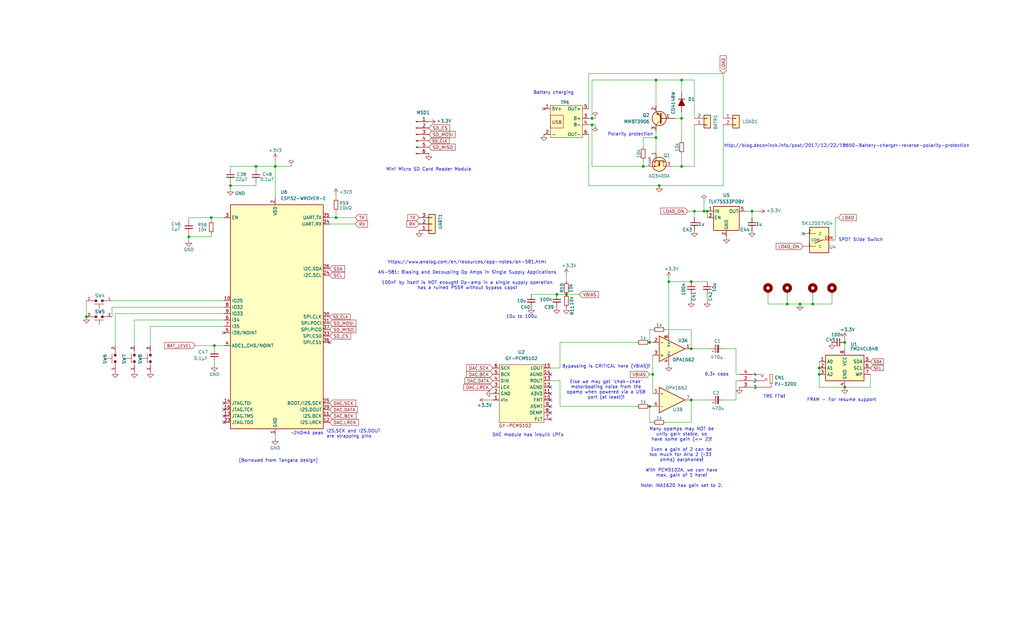
<source format=kicad_sch>
(kicad_sch (version 20250114) (generator "eeschema") (generator_version "9.0")
  (paper "User" 406.4 254)
  (title_block (title "mShuffle 0.08") (date "2025-03-09") (rev "v0.08") (company "Yantra Research") (comment 1 "Retro Music Player (Retro DAP)"))
  (lib_symbols
    (symbol "Connector:Conn_01x06_Pin" (pin_names (offset 1.016) (hide yes))
      (property "Reference" "J" (at 0 7.62 0))
      (property "Value" "Conn_01x06_Pin" (at 0 -10.16 0))
      (symbol "Conn_01x06_Pin_1_1"
        (pin passive line (at 5.08 5.08 180) (length 3.81) (name "Pin_1") (number "1"))
        (pin passive line (at 5.08 2.54 180) (length 3.81) (name "Pin_2") (number "2"))
        (pin passive line (at 5.08 0 180) (length 3.81) (name "Pin_3") (number "3"))
        (pin passive line (at 5.08 -2.54 180) (length 3.81) (name "Pin_4") (number "4"))
        (pin passive line (at 5.08 -5.08 180) (length 3.81) (name "Pin_5") (number "5"))
        (pin passive line (at 5.08 -7.62 180) (length 3.81) (name "Pin_6") (number "6"))
      )
    )
    (symbol "Connector_Generic:Conn_01x02" (pin_names (offset 1.016) (hide yes))
      (property "Reference" "J" (at 0 2.54 0))
      (property "Value" "Conn_01x02" (at 0 -5.08 0))
      (symbol "Conn_01x02_1_1"
        (pin passive line (at -5.08 0 0) (length 3.81) (name "Pin_1") (number "1"))
        (pin passive line (at -5.08 -2.54 0) (length 3.81) (name "Pin_2") (number "2"))
      )
    )
    (symbol "Connector_Generic:Conn_01x03" (pin_names (offset 1.016) (hide yes))
      (property "Reference" "J" (at 0 5.08 0))
      (property "Value" "Conn_01x03" (at 0 -5.08 0))
      (symbol "Conn_01x03_1_1"
        (pin passive line (at -5.08 2.54 0) (length 3.81) (name "Pin_1") (number "1"))
        (pin passive line (at -5.08 0 0) (length 3.81) (name "Pin_2") (number "2"))
        (pin passive line (at -5.08 -2.54 0) (length 3.81) (name "Pin_3") (number "3"))
      )
    )
    (symbol "Device:C_Polarized_Small" (pin_numbers (hide yes)) (pin_names (offset 0.254) (hide yes))
      (property "Reference" "C" (at 0.254 1.778 0))
      (property "Value" "C_Polarized_Small" (at 0.254 -2.032 0))
      (symbol "C_Polarized_Small_1_1"
        (pin passive line (at 0 2.54 270) (length 1.8542) (name "~") (number "1"))
        (pin passive line (at 0 -2.54 90) (length 1.8542) (name "~") (number "2"))
      )
    )
    (symbol "Device:C_Small" (pin_numbers (hide yes)) (pin_names (offset 0.254) (hide yes))
      (property "Reference" "C" (at 0.254 1.778 0))
      (property "Value" "C_Small" (at 0.254 -2.032 0))
      (symbol "C_Small_1_1"
        (pin passive line (at 0 2.54 270) (length 2.032) (name "~") (number "1"))
        (pin passive line (at 0 -2.54 90) (length 2.032) (name "~") (number "2"))
      )
    )
    (symbol "Device:R_Small" (pin_numbers (hide yes)) (pin_names (offset 0.254) (hide yes))
      (property "Reference" "R" (at 0.762 0.508 0))
      (property "Value" "R_Small" (at 0.762 -1.016 0))
      (symbol "R_Small_1_1"
        (pin passive line (at 0 2.54 270) (length 0.762) (name "~") (number "1"))
        (pin passive line (at 0 -2.54 90) (length 0.762) (name "~") (number "2"))
      )
    )
    (symbol "ESP32:ESP32-WROOM"
      (property "Reference" "U15" (at -17.78 33.02 0))
      (property "Value" "ESP32-WROVER-E" (at 19.558 34.036 0))
      (symbol "ESP32-WROOM_1_1"
        (pin input line (at -20.32 27.94 0) (length 2.54) (name "EN") (number "3"))
        (pin bidirectional line (at -20.32 -5.08 0) (length 2.54) (name "IO25") (number "10"))
        (pin bidirectional line (at -20.32 -7.62 0) (length 2.54) (name "IO32") (number "8"))
        (pin bidirectional line (at -20.32 -10.16 0) (length 2.54) (name "IO33") (number "9"))
        (pin input line (at -20.32 -12.7 0) (length 2.54) (name "I34") (number "6"))
        (pin input line (at -20.32 -15.24 0) (length 2.54) (name "I35") (number "7"))
        (pin input line (at -20.32 -17.78 0) (length 2.54) (name "I39/NOINT") (number "5"))
        (pin input line (at -20.32 -22.86 0) (length 2.54) (name "ADC1_CH0/NOINT") (number "4"))
        (pin bidirectional line (at -20.32 -45.72 0) (length 2.54) (name "JTAG.TDI") (number "14"))
        (pin bidirectional line (at -20.32 -48.26 0) (length 2.54) (name "JTAG.TCK") (number "16"))
        (pin bidirectional line (at -20.32 -50.8 0) (length 2.54) (name "JTAG.TMS") (number "13"))
        (pin bidirectional line (at -20.32 -53.34 0) (length 2.54) (name "JTAG.TDO") (number "23"))
        (pin no_connect line (at -17.78 21.59 0) (length 2.54) (hide yes) (name "SDO/SD0") (number "21"))
        (pin no_connect line (at -17.78 19.05 0) (length 2.54) (hide yes) (name "SDI/SD1") (number "22"))
        (pin no_connect line (at -17.78 16.51 0) (length 2.54) (hide yes) (name "SHD/SD2") (number "17"))
        (pin no_connect line (at -17.78 13.97 0) (length 2.54) (hide yes) (name "SWP/SD3") (number "18"))
        (pin no_connect line (at -17.78 11.43 0) (length 2.54) (hide yes) (name "SCK/CLK") (number "20"))
        (pin no_connect line (at -17.78 8.89 0) (length 2.54) (hide yes) (name "SCS/CMD") (number "19"))
        (pin no_connect line (at -17.78 6.35 0) (length 2.54) (hide yes) (name "IO16") (number "27"))
        (pin no_connect line (at -17.78 3.81 0) (length 2.54) (hide yes) (name "IO17") (number "28"))
        (pin no_connect line (at -17.78 1.27 0) (length 2.54) (hide yes) (name "NC") (number "32"))
        (pin power_in line (at 0 35.56 270) (length 2.54) (name "VDD") (number "2"))
        (pin power_in line (at 0 -58.42 90) (length 2.54) (name "GND") (number "1"))
        (pin power_in line (at 0 -58.42 90) (length 2.54) (hide yes) (name "GND") (number "15"))
        (pin power_in line (at 0 -58.42 90) (length 2.54) (hide yes) (name "GND") (number "38"))
        (pin power_in line (at 0 -58.42 90) (length 2.54) (hide yes) (name "GND") (number "39"))
        (pin bidirectional line (at 21.59 27.94 180) (length 2.54) (name "UART.TX") (number "35"))
        (pin bidirectional line (at 21.59 25.4 180) (length 2.54) (name "UART.RX") (number "34"))
        (pin bidirectional line (at 21.59 7.62 180) (length 2.54) (name "I2C.SDA") (number "26"))
        (pin bidirectional line (at 21.59 5.08 180) (length 2.54) (name "I2C.SCL") (number "24"))
        (pin bidirectional line (at 21.59 -11.43 180) (length 2.54) (name "SPI.CLK") (number "30"))
        (pin bidirectional line (at 21.59 -13.97 180) (length 2.54) (name "SPI.POCI") (number "31"))
        (pin bidirectional line (at 21.59 -16.51 180) (length 2.54) (name "SPI.PICO") (number "37"))
        (pin bidirectional line (at 21.59 -19.05 180) (length 2.54) (name "SPI.CS0") (number "33"))
        (pin bidirectional line (at 21.59 -21.59 180) (length 2.54) (name "SPI.CS1") (number "36"))
        (pin bidirectional line (at 21.59 -45.72 180) (length 2.54) (name "BOOT/I2S.SCK") (number "25"))
        (pin bidirectional line (at 21.59 -48.26 180) (length 2.54) (name "I2S.DOUT") (number "29"))
        (pin bidirectional line (at 21.59 -50.8 180) (length 2.54) (name "I2S.BCK") (number "11"))
        (pin bidirectional line (at 21.59 -53.34 180) (length 2.54) (name "I2S.LRCK") (number "12"))
      )
    )
    (symbol "GY-PCM5102:GY-PCM5102"
      (property "Reference" "U" (at -7.62 6.35 0))
      (property "Value" "GY-PCM5102" (at 0 0 0))
      (symbol "GY-PCM5102_0_0"
        (text "GY-PCM5102" (at -2.54 -19.05 0) (effects (font (size 1.27 1.27))))
      )
      (symbol "GY-PCM5102_1_1"
        (pin input line (at -11.43 3.81 0) (length 2.54) (name "SCK") (number "6"))
        (pin input line (at -11.43 1.27 0) (length 2.54) (name "BCK") (number "5"))
        (pin input line (at -11.43 -1.27 0) (length 2.54) (name "DIN") (number "4"))
        (pin input line (at -11.43 -3.81 0) (length 2.54) (name "LCK") (number "3"))
        (pin power_in line (at -11.43 -6.35 0) (length 2.54) (name "GND") (number "2"))
        (pin power_in line (at -11.43 -8.89 0) (length 2.54) (name "Vin") (number "1"))
        (pin input line (at 11.43 3.81 180) (length 2.54) (name "LOUT") (number "15"))
        (pin input line (at 11.43 1.27 180) (length 2.54) (name "AGND") (number "14"))
        (pin input line (at 11.43 -1.27 180) (length 2.54) (name "ROUT") (number "13"))
        (pin input line (at 11.43 -3.81 180) (length 2.54) (name "AGND") (number "12"))
        (pin input line (at 11.43 -6.35 180) (length 2.54) (name "A3V3") (number "11"))
        (pin input line (at 11.43 -8.89 180) (length 2.54) (name "FMT") (number "10"))
        (pin input line (at 11.43 -11.43 180) (length 2.54) (name "XSMT") (number "9"))
        (pin input line (at 11.43 -13.97 180) (length 2.54) (name "DEMP") (number "8"))
        (pin input line (at 11.43 -16.51 180) (length 2.54) (name "FLT") (number "7"))
      )
    )
    (symbol "Mechanical:MountingHole_Pad" (pin_numbers (hide yes)) (pin_names (offset 1.016) (hide yes))
      (property "Reference" "H" (at 0 6.35 0))
      (property "Value" "MountingHole_Pad" (at 0 4.445 0))
      (symbol "MountingHole_Pad_1_1"
        (pin input line (at 0 -2.54 90) (length 2.54) (name "1") (number "1"))
      )
    )
    (symbol "Memory_EEPROM:24LC256"
      (property "Reference" "U" (at -6.35 6.35 0))
      (property "Value" "24LC256" (at 1.27 6.35 0))
      (symbol "24LC256_1_1"
        (pin input line (at -10.16 2.54 0) (length 2.54) (name "A0") (number "1"))
        (pin input line (at -10.16 0 0) (length 2.54) (name "A1") (number "2"))
        (pin input line (at -10.16 -2.54 0) (length 2.54) (name "A2") (number "3"))
        (pin power_in line (at 0 7.62 270) (length 2.54) (name "VCC") (number "8"))
        (pin power_in line (at 0 -7.62 90) (length 2.54) (name "GND") (number "4"))
        (pin bidirectional line (at 10.16 2.54 180) (length 2.54) (name "SDA") (number "5"))
        (pin input line (at 10.16 0 180) (length 2.54) (name "SCL") (number "6"))
        (pin input line (at 10.16 -2.54 180) (length 2.54) (name "WP") (number "7"))
      )
    )
    (symbol "PCM_Amplifier_Operational_AKL:TS922ID" (pin_names (offset 0.2))
      (property "Reference" "U" (at 1.27 7.62 0))
      (property "Value" "TS922ID" (at 1.27 5.08 0))
      (symbol "TS922ID_1_1"
        (pin input line (at -6.35 2.54 0) (length 2.54) (name "-") (number "2"))
        (pin input line (at -6.35 -2.54 0) (length 2.54) (name "+") (number "3"))
        (pin power_in line (at 0 6.35 270) (length 3.18) (name "V+") (number "8"))
        (pin power_in line (at 0 -6.35 90) (length 3.18) (name "V-") (number "4"))
        (pin output line (at 8.89 0 180) (length 2.54) (name "~") (number "1"))
      )
      (symbol "TS922ID_2_1"
        (pin input line (at -6.35 2.54 0) (length 2.54) (name "-") (number "6"))
        (pin input line (at -6.35 -2.54 0) (length 2.54) (name "+") (number "5"))
        (pin output line (at 8.89 0 180) (length 2.54) (name "~") (number "7"))
      )
    )
    (symbol "PCM_Diode_AKL:CD4148W" (pin_numbers (hide yes)) (pin_names (offset 1.016) (hide yes))
      (property "Reference" "D" (at 0 5.08 0))
      (property "Value" "CD4148W" (at 0 2.54 0))
      (symbol "CD4148W_1_1"
        (pin passive line (at -3.81 0 0) (length 2.54) (name "A") (number "2"))
        (pin passive line (at 3.81 0 180) (length 2.54) (name "K") (number "1"))
      )
      (symbol "CD4148W_1_2"
        (pin passive line (at -2.54 -2.54 0) (length 0) (name "A") (number "2"))
        (pin passive line (at 2.54 2.54 180) (length 0) (name "K") (number "1"))
      )
    )
    (symbol "PCM_SL_Devices:Push_Button"
      (property "Reference" "SW" (at 0 6.35 0))
      (property "Value" "Push_Button" (at 0 4.445 0))
      (symbol "Push_Button_1_1"
        (pin passive line (at -5.08 0 0) (length 2) (name "") (number "1"))
        (pin passive line (at 5.08 0 180) (length 2) (name "") (number "2"))
      )
    )
    (symbol "PCM_Transistor_BJT_AKL:MMBT3906" (pin_names (hide yes))
      (property "Reference" "Q" (at 5.08 1.27 0))
      (property "Value" "MMBT3906" (at 5.08 -1.27 0))
      (symbol "MMBT3906_1_1"
        (pin input line (at -5.08 0 0) (length 5.715) (name "B") (number "1"))
        (pin passive line (at 2.54 5.08 270) (length 2.54) (name "E") (number "2"))
        (pin passive line (at 2.54 -5.08 90) (length 2.54) (name "C") (number "3"))
      )
    )
    (symbol "PCM_Transistor_MOSFET_AKL:AO3400A" (pin_names (hide yes))
      (property "Reference" "Q" (at 5.08 1.27 0))
      (property "Value" "AO3400A" (at 5.08 -1.27 0))
      (symbol "AO3400A_1_1"
        (pin input line (at -3.81 -1.27 0) (length 2.54) (name "G") (number "1"))
        (pin passive line (at 2.54 5.08 270) (length 2.54) (name "D") (number "3"))
        (pin passive line (at 2.54 -5.08 90) (length 2.54) (name "S") (number "2"))
      )
    )
    (symbol "Regulator_Linear:TLV75533PDBV" (pin_names (offset 0.254))
      (property "Reference" "U" (at -3.81 5.715 0))
      (property "Value" "TLV75533PDBV" (at 0 5.715 0))
      (symbol "TLV75533PDBV_1_1"
        (pin power_in line (at -7.62 2.54 0) (length 2.54) (name "IN") (number "1"))
        (pin input line (at -7.62 0 0) (length 2.54) (name "EN") (number "3"))
        (pin power_in line (at 0 -7.62 90) (length 2.54) (name "GND") (number "2"))
        (pin no_connect line (at 5.08 0 180) (length 2.54) (hide yes) (name "NC") (number "4"))
        (pin power_out line (at 7.62 2.54 180) (length 2.54) (name "OUT") (number "5"))
      )
    )
    (symbol "SK12D07VG4:SK12D07VG4-Fixed" (pin_names (offset 1.016))
      (property "Reference" "U4" (at 10.16 1.27 90))
      (property "Value" "SK12D07VG4-Fixed" (at 7.62 1.27 90))
      (symbol "SK12D07VG4-Fixed_1_0"
        (pin power_in line (at -2.54 7.62 270) (length 5.08) (name "1") (number "1"))
        (pin power_in line (at 0 -5.08 90) (length 5.08) (name "COM") (number "COM"))
        (pin power_in line (at 2.54 7.62 270) (length 5.08) (name "2") (number "2"))
      )
    )
    (symbol "mylib:PJ-3200"
      (property "Reference" "CN1" (at -6.35 -1.2701 0))
      (property "Value" "PJ-3200" (at -6.35 1.2699 0))
      (symbol "PJ-3200_1_1"
        (pin power_in line (at 7.62 2.54 180) (length 5.08) (name "3") (number "3"))
        (pin input line (at 7.62 0 180) (length 5.08) (name "2") (number "2"))
        (pin input line (at 7.62 -2.54 180) (length 5.08) (name "4") (number "4"))
      )
    )
    (symbol "power:+3.3V" (power) (pin_numbers (hide yes)) (pin_names (offset 0) (hide yes))
      (property "Value" "+3.3V" (at 0 3.556 0))
      (symbol "+3.3V_1_1"
        (pin power_in line (at 0 0 90) (length 0) (name "~") (number "1"))
      )
    )
    (symbol "power:+3V3" (power) (pin_numbers (hide yes)) (pin_names (offset 0) (hide yes))
      (property "Value" "+3V3" (at 0 3.556 0))
      (symbol "+3V3_1_1"
        (pin power_in line (at 0 0 90) (length 0) (name "~") (number "1"))
      )
    )
    (symbol "power:GND" (power) (pin_numbers (hide yes)) (pin_names (offset 0) (hide yes))
      (property "Value" "GND" (at 0 -3.81 0))
      (symbol "GND_1_1"
        (pin power_in line (at 0 0 270) (length 0) (name "~") (number "1"))
      )
    )
    (symbol "power:PWR_FLAG" (power) (pin_numbers (hide yes)) (pin_names (offset 0) (hide yes))
      (property "Value" "PWR_FLAG" (at 0 3.81 0))
      (symbol "PWR_FLAG_0_0"
        (pin power_out line (at 0 0 90) (length 0) (name "pwr") (number "1"))
      )
    )
    (symbol "tp4056_usb_c_module:TP4056_USB_C_Module"
      (property "Reference" "TP" (at 0.254 7.62 0))
      (symbol "TP4056_USB_C_Module_1_1"
        (text "USB" (at -3.81 -0.254 0) (effects (font (size 1.27 1.27))))
        (pin power_in line (at -8.89 5.08 0) (length 2.54) (name "5V+") (number "1"))
        (pin power_in line (at -8.89 -5.08 0) (length 2.54) (name "-") (number "2"))
        (pin power_out line (at 8.89 5.08 180) (length 2.54) (name "OUT+") (number "5"))
        (pin power_in line (at 8.89 1.27 180) (length 2.54) (name "B+") (number "3"))
        (pin power_in line (at 8.89 -1.27 180) (length 2.54) (name "B-") (number "4"))
        (pin power_out line (at 8.89 -5.08 180) (length 2.54) (name "OUT-") (number "6"))
      )
    )
  )
  (text "DAC module has inbuilt LPFs" (at 209.55 172.72 0) (effects (font (size 1.27 1.27))))
  (text "Mini Micro SD Card Reader Module" (at 170.18 67.31 0) (effects (font (size 1.27 1.27))))
  (text "https://www.analog.com/en/resources/app-notes/an-581.html\n\nAN-581: Biasing and Decoupling Op Amps in Single Supply Applications\n\n100nF by itself is NOT enough! Op-amp in a single supply operation\nhas a ruined PSSR without bypass caps!" (at 185.42 109.22 0) (effects (font (size 1.27 1.27))))
  (text "~240mA peak" (at 115.57 172.72 0) (effects (font (size 1.27 1.27)) (justify left bottom)))
  (text "TRS FTW!" (at 307.34 157.48 0) (effects (font (size 1.27 1.27))))
  (text "Bypassing is CRITICAL here (VBIAS)!\n\n\nElse we may get 'chak-chak'\nmotorboating noise from the\nopamp when powered via a USB\nport (at least)!" (at 240.538 151.638 0) (effects (font (size 1.27 1.27))))
  (text "Many opamps may NOT be\nunity gain stable, so\nhave some gain (<= 2)!\n\nEven a gain of 2 can be\ntoo much for Aria 2 (~33 \nohms) earphones!\n\nWith PCM5102A, we can have\nmax. gain of 1 here!\n\nNote: INA1620 has gain set to 2." (at 270.51 181.61 0) (effects (font (size 1.27 1.27))))
  (text "[Borrowed from Tangara design]" (at 110.49 182.88 0) (effects (font (size 1.27 1.27))))
  (text "6.3v caps" (at 284.48 148.59 0) (effects (font (size 1.27 1.27))))
  (text "SPDT Slide Switch" (at 341.63 95.25 0) (effects (font (size 1.27 1.27))))
  (text "FRAM - For resume support" (at 334.01 158.75 0) (effects (font (size 1.27 1.27))))
  (text "Battery charging" (at 219.71 36.83 0) (effects (font (size 1.27 1.27))))
  (text "10u to 100u" (at 207.01 125.73 0) (effects (font (size 1.27 1.27))))
  (text "I2S.SCK and I2S.DOUT\nare strapping pins" (at 129.54 173.99 0) (effects (font (size 1.27 1.27)) (justify left bottom)))
  (text "S" (at 257.81 63.5 0) (effects (font (size 1.27 1.27))))
  (text "Polarity protection" (at 250.19 53.34 0) (effects (font (size 1.27 1.27))))
  (text "http://blog.deconinck.info/post/2017/12/22/18650-Battery-charger-reverse-polarity-protection" (at 336.042 57.912 0) (effects (font (size 1.27 1.27))))
  (junction (at 265.43 111.76))
  (junction (at 260.35 31.75))
  (junction (at 260.35 54.61))
  (junction (at 133.35 86.36))
  (junction (at 220.98 116.84))
  (junction (at 261.62 73.66))
  (junction (at 74.93 93.98))
  (junction (at 101.6 66.04))
  (junction (at 280.67 83.82))
  (junction (at 34.29 125.73))
  (junction (at 279.4 83.82))
  (junction (at 224.79 116.84))
  (junction (at 270.51 31.75))
  (junction (at 322.58 120.65))
  (junction (at 255.27 66.04))
  (junction (at 257.81 161.29))
  (junction (at 317.5 120.65))
  (junction (at 312.42 120.65))
  (junction (at 259.08 148.59))
  (junction (at 270.51 46.99))
  (junction (at 91.44 73.66))
  (junction (at 234.95 46.99))
  (junction (at 85.09 137.16))
  (junction (at 325.12 146.05))
  (junction (at 335.28 153.67))
  (junction (at 274.32 158.75))
  (junction (at 325.12 148.59))
  (junction (at 274.32 111.76))
  (junction (at 298.45 83.82))
  (junction (at 270.51 66.04))
  (junction (at 274.32 138.43))
  (junction (at 335.28 135.89))
  (junction (at 257.81 135.89))
  (junction (at 275.59 83.82))
  (junction (at 109.22 66.04))
  (junction (at 234.95 49.53))
  (junction (at 83.82 86.36))
  (no_connect (at 218.44 163.83))
  (no_connect (at 218.44 156.21))
  (no_connect (at 88.9 165.1))
  (no_connect (at 218.44 153.67))
  (no_connect (at 130.81 135.89))
  (no_connect (at 318.77 92.71))
  (no_connect (at 218.44 148.59))
  (no_connect (at 88.9 132.08))
  (no_connect (at 218.44 166.37))
  (no_connect (at 88.9 162.56))
  (no_connect (at 88.9 167.64))
  (no_connect (at 88.9 160.02))
  (no_connect (at 218.44 161.29))
  (no_connect (at 215.9 43.18))
  (no_connect (at 218.44 158.75))
  (wire (pts (xy 274.32 167.64) (xy 274.32 158.75)))
  (wire (pts (xy 274.32 138.43) (xy 281.94 138.43)))
  (wire (pts (xy 257.81 130.81) (xy 257.81 135.89)))
  (wire (pts (xy 275.59 66.04) (xy 275.59 49.53)))
  (wire (pts (xy 74.93 93.98) (xy 83.82 93.98)))
  (wire (pts (xy 274.32 116.84) (xy 274.32 119.38)))
  (wire (pts (xy 265.43 111.76) (xy 265.43 110.49)))
  (wire (pts (xy 279.4 83.82) (xy 280.67 83.82)))
  (wire (pts (xy 312.42 120.65) (xy 317.5 120.65)))
  (wire (pts (xy 335.28 153.67) (xy 345.44 153.67)))
  (wire (pts (xy 91.44 74.93) (xy 91.44 73.66)))
  (wire (pts (xy 218.44 146.05) (xy 222.25 146.05)))
  (wire (pts (xy 267.97 46.99) (xy 270.51 46.99)))
  (wire (pts (xy 270.51 44.45) (xy 270.51 46.99)))
  (wire (pts (xy 234.95 31.75) (xy 234.95 46.99)))
  (wire (pts (xy 292.1 151.13) (xy 293.37 151.13)))
  (wire (pts (xy 298.45 83.82) (xy 300.99 83.82)))
  (wire (pts (xy 255.27 54.61) (xy 260.35 54.61)))
  (wire (pts (xy 270.51 31.75) (xy 275.59 31.75)))
  (wire (pts (xy 270.51 31.75) (xy 270.51 36.83)))
  (wire (pts (xy 255.27 63.5) (xy 255.27 66.04)))
  (wire (pts (xy 270.51 66.04) (xy 275.59 66.04)))
  (wire (pts (xy 260.35 31.75) (xy 260.35 41.91)))
  (wire (pts (xy 274.32 111.76) (xy 265.43 111.76)))
  (wire (pts (xy 287.02 29.21) (xy 287.02 46.99)))
  (wire (pts (xy 83.82 87.63) (xy 83.82 86.36)))
  (wire (pts (xy 53.34 137.16) (xy 53.34 127)))
  (wire (pts (xy 233.68 29.21) (xy 233.68 43.18)))
  (wire (pts (xy 292.1 151.13) (xy 292.1 158.75)))
  (wire (pts (xy 260.35 31.75) (xy 270.51 31.75)))
  (wire (pts (xy 270.51 60.96) (xy 270.51 66.04)))
  (wire (pts (xy 257.81 167.64) (xy 257.81 161.29)))
  (wire (pts (xy 233.68 46.99) (xy 234.95 46.99)))
  (wire (pts (xy 266.7 66.04) (xy 270.51 66.04)))
  (wire (pts (xy 234.95 46.99) (xy 236.22 46.99)))
  (wire (pts (xy 193.04 158.75) (xy 195.58 158.75)))
  (wire (pts (xy 345.44 153.67) (xy 345.44 148.59)))
  (wire (pts (xy 275.59 83.82) (xy 275.59 86.36)))
  (wire (pts (xy 109.22 66.04) (xy 115.57 66.04)))
  (wire (pts (xy 261.62 73.66) (xy 287.02 73.66)))
  (wire (pts (xy 325.12 148.59) (xy 325.12 153.67)))
  (wire (pts (xy 45.72 124.46) (xy 45.72 137.16)))
  (wire (pts (xy 59.69 129.54) (xy 88.9 129.54)))
  (wire (pts (xy 222.25 161.29) (xy 252.73 161.29)))
  (wire (pts (xy 234.95 49.53) (xy 236.22 49.53)))
  (wire (pts (xy 298.45 83.82) (xy 298.45 86.36)))
  (wire (pts (xy 220.98 116.84) (xy 224.79 116.84)))
  (wire (pts (xy 325.12 146.05) (xy 325.12 148.59)))
  (wire (pts (xy 287.02 49.53) (xy 287.02 73.66)))
  (wire (pts (xy 330.2 118.11) (xy 330.2 120.65)))
  (wire (pts (xy 312.42 118.11) (xy 312.42 120.65)))
  (wire (pts (xy 222.25 135.89) (xy 252.73 135.89)))
  (wire (pts (xy 222.25 135.89) (xy 222.25 146.05)))
  (wire (pts (xy 130.81 86.36) (xy 133.35 86.36)))
  (wire (pts (xy 234.95 31.75) (xy 260.35 31.75)))
  (wire (pts (xy 91.44 73.66) (xy 91.44 72.39)))
  (wire (pts (xy 280.67 111.76) (xy 274.32 111.76)))
  (wire (pts (xy 287.02 138.43) (xy 292.1 138.43)))
  (wire (pts (xy 331.47 86.36) (xy 331.47 95.25)))
  (wire (pts (xy 133.35 77.47) (xy 133.35 78.74)))
  (wire (pts (xy 325.12 143.51) (xy 325.12 146.05)))
  (wire (pts (xy 257.81 148.59) (xy 259.08 148.59)))
  (wire (pts (xy 224.79 109.22) (xy 224.79 111.76)))
  (wire (pts (xy 91.44 66.04) (xy 101.6 66.04)))
  (wire (pts (xy 274.32 130.81) (xy 274.32 138.43)))
  (wire (pts (xy 255.27 66.04) (xy 256.54 66.04)))
  (wire (pts (xy 260.35 52.07) (xy 260.35 54.61)))
  (wire (pts (xy 275.59 83.82) (xy 279.4 83.82)))
  (wire (pts (xy 292.1 138.43) (xy 292.1 148.59)))
  (wire (pts (xy 77.47 137.16) (xy 85.09 137.16)))
  (wire (pts (xy 74.93 86.36) (xy 83.82 86.36)))
  (wire (pts (xy 91.44 66.04) (xy 91.44 67.31)))
  (wire (pts (xy 255.27 58.42) (xy 255.27 54.61)))
  (wire (pts (xy 259.08 140.97) (xy 259.08 148.59)))
  (wire (pts (xy 101.6 66.04) (xy 101.6 67.31)))
  (wire (pts (xy 257.81 161.29) (xy 259.08 161.29)))
  (wire (pts (xy 109.22 63.5) (xy 109.22 66.04)))
  (wire (pts (xy 133.35 83.82) (xy 133.35 86.36)))
  (wire (pts (xy 257.81 135.89) (xy 259.08 135.89)))
  (wire (pts (xy 85.09 144.78) (xy 85.09 143.51)))
  (wire (pts (xy 101.6 72.39) (xy 101.6 73.66)))
  (wire (pts (xy 260.35 54.61) (xy 260.35 59.69)))
  (wire (pts (xy 233.68 29.21) (xy 287.02 29.21)))
  (wire (pts (xy 273.05 83.82) (xy 275.59 83.82)))
  (wire (pts (xy 265.43 111.76) (xy 265.43 132.08)))
  (wire (pts (xy 287.02 158.75) (xy 292.1 158.75)))
  (wire (pts (xy 85.09 138.43) (xy 85.09 137.16)))
  (wire (pts (xy 234.95 49.53) (xy 234.95 66.04)))
  (wire (pts (xy 83.82 86.36) (xy 88.9 86.36)))
  (wire (pts (xy 325.12 153.67) (xy 335.28 153.67)))
  (wire (pts (xy 270.51 46.99) (xy 270.51 55.88)))
  (wire (pts (xy 109.22 66.04) (xy 109.22 78.74)))
  (wire (pts (xy 280.67 116.84) (xy 280.67 119.38)))
  (wire (pts (xy 259.08 148.59) (xy 259.08 156.21)))
  (wire (pts (xy 279.4 80.01) (xy 279.4 83.82)))
  (wire (pts (xy 295.91 83.82) (xy 298.45 83.82)))
  (wire (pts (xy 304.8 118.11) (xy 304.8 120.65)))
  (wire (pts (xy 317.5 120.65) (xy 322.58 120.65)))
  (wire (pts (xy 101.6 66.04) (xy 109.22 66.04)))
  (wire (pts (xy 322.58 118.11) (xy 322.58 120.65)))
  (wire (pts (xy 44.45 121.92) (xy 44.45 125.73)))
  (wire (pts (xy 34.29 119.38) (xy 34.29 125.73)))
  (wire (pts (xy 224.79 116.84) (xy 229.87 116.84)))
  (wire (pts (xy 233.68 53.34) (xy 233.68 73.66)))
  (wire (pts (xy 234.95 66.04) (xy 255.27 66.04)))
  (wire (pts (xy 322.58 120.65) (xy 330.2 120.65)))
  (wire (pts (xy 275.59 31.75) (xy 275.59 46.99)))
  (wire (pts (xy 74.93 87.63) (xy 74.93 86.36)))
  (wire (pts (xy 259.08 167.64) (xy 257.81 167.64)))
  (wire (pts (xy 44.45 121.92) (xy 88.9 121.92)))
  (wire (pts (xy 210.82 116.84) (xy 220.98 116.84)))
  (wire (pts (xy 88.9 124.46) (xy 45.72 124.46)))
  (wire (pts (xy 292.1 148.59) (xy 293.37 148.59)))
  (wire (pts (xy 335.28 135.89) (xy 335.28 138.43)))
  (wire (pts (xy 44.45 119.38) (xy 88.9 119.38)))
  (wire (pts (xy 85.09 137.16) (xy 88.9 137.16)))
  (wire (pts (xy 133.35 86.36) (xy 140.97 86.36)))
  (wire (pts (xy 304.8 120.65) (xy 312.42 120.65)))
  (wire (pts (xy 59.69 137.16) (xy 59.69 129.54)))
  (wire (pts (xy 74.93 92.71) (xy 74.93 93.98)))
  (wire (pts (xy 218.44 151.13) (xy 222.25 151.13)))
  (wire (pts (xy 331.47 86.36) (xy 332.74 86.36)))
  (wire (pts (xy 280.67 83.82) (xy 280.67 86.36)))
  (wire (pts (xy 53.34 127) (xy 88.9 127)))
  (wire (pts (xy 130.81 88.9) (xy 140.97 88.9)))
  (wire (pts (xy 91.44 73.66) (xy 101.6 73.66)))
  (wire (pts (xy 264.16 167.64) (xy 274.32 167.64)))
  (wire (pts (xy 257.81 130.81) (xy 259.08 130.81)))
  (wire (pts (xy 274.32 158.75) (xy 281.94 158.75)))
  (wire (pts (xy 233.68 49.53) (xy 234.95 49.53)))
  (wire (pts (xy 83.82 92.71) (xy 83.82 93.98)))
  (wire (pts (xy 233.68 73.66) (xy 261.62 73.66)))
  (wire (pts (xy 264.16 130.81) (xy 274.32 130.81)))
  (wire (pts (xy 222.25 151.13) (xy 222.25 161.29)))
  (wire (pts (xy 335.28 134.62) (xy 335.28 135.89)))
  (wire (pts (xy 74.93 93.98) (xy 74.93 95.25)))
  (wire (pts (xy 109.22 172.72) (xy 109.22 173.99)))
  (global_label "VBIAS" (shape input) (at 229.87 116.84 0) (property "Intersheetrefs" "${INTERSHEET_REFS}" (effects (hide yes))))
  (global_label "DAC.DATA" (shape input) (at 195.58 151.13 180) (property "Intersheetrefs" "${INTERSHEET_REFS}" (effects (hide yes))))
  (global_label "DAC.SCK" (shape input) (at 195.58 146.05 180) (property "Intersheetrefs" "${INTERSHEET_REFS}" (effects (hide yes))))
  (global_label "SDA" (shape input) (at 345.44 143.51 0) (effects (font (size 1.1 1.1))) (property "Intersheetrefs" "${INTERSHEET_REFS}" (effects (hide yes))))
  (global_label "DAC.LRCK" (shape input) (at 195.58 153.67 180) (property "Intersheetrefs" "${INTERSHEET_REFS}" (effects (hide yes))))
  (global_label "TX" (shape input) (at 166.37 86.36 180) (property "Intersheetrefs" "${INTERSHEET_REFS}" (effects (hide yes))))
  (global_label "SD_CLK" (shape input) (at 170.18 55.88 0) (effects (font (size 1.1 1.1))) (property "Intersheetrefs" "${INTERSHEET_REFS}" (effects (hide yes))))
  (global_label "SD_MISO" (shape input) (at 170.18 58.42 0) (property "Intersheetrefs" "${INTERSHEET_REFS}" (effects (hide yes))))
  (global_label "VBIAS" (shape input) (at 257.81 148.59 180) (property "Intersheetrefs" "${INTERSHEET_REFS}" (effects (hide yes))))
  (global_label "LOAD_ON" (shape input) (at 273.05 83.82 180) (property "Intersheetrefs" "${INTERSHEET_REFS}" (effects (hide yes))))
  (global_label "DAC.BCK" (shape input) (at 195.58 148.59 180) (property "Intersheetrefs" "${INTERSHEET_REFS}" (effects (hide yes))))
  (global_label "DAC.BCK" (shape input) (at 130.81 165.1 0) (property "Intersheetrefs" "${INTERSHEET_REFS}" (effects (hide yes))))
  (global_label "LOAD" (shape input) (at 332.74 86.36 0) (property "Intersheetrefs" "${INTERSHEET_REFS}" (effects (hide yes))))
  (global_label "SDA" (shape input) (at 130.81 106.68 0) (property "Intersheetrefs" "${INTERSHEET_REFS}" (effects (hide yes))))
  (global_label "RX" (shape input) (at 166.37 88.9 180) (property "Intersheetrefs" "${INTERSHEET_REFS}" (effects (hide yes))))
  (global_label "SD_CS" (shape input) (at 130.81 133.35 0) (property "Intersheetrefs" "${INTERSHEET_REFS}" (effects (hide yes))))
  (global_label "SD_CLK" (shape input) (at 130.81 125.73 0) (effects (font (size 1.1 1.1))) (property "Intersheetrefs" "${INTERSHEET_REFS}" (effects (hide yes))))
  (global_label "DAC.DATA" (shape input) (at 130.81 162.56 0) (property "Intersheetrefs" "${INTERSHEET_REFS}" (effects (hide yes))))
  (global_label "RX" (shape input) (at 140.97 88.9 0) (property "Intersheetrefs" "${INTERSHEET_REFS}" (effects (hide yes))))
  (global_label "TX" (shape input) (at 140.97 86.36 0) (property "Intersheetrefs" "${INTERSHEET_REFS}" (effects (hide yes))))
  (global_label "SCL" (shape input) (at 130.81 109.22 0) (property "Intersheetrefs" "${INTERSHEET_REFS}" (effects (hide yes))))
  (global_label "SD_MOSI" (shape input) (at 130.81 128.27 0) (property "Intersheetrefs" "${INTERSHEET_REFS}" (effects (hide yes))))
  (global_label "BAT_LEVEL" (shape input) (at 77.47 137.16 180) (property "Intersheetrefs" "${INTERSHEET_REFS}" (effects (hide yes))))
  (global_label "SCL" (shape input) (at 345.44 146.05 0) (effects (font (size 1.1 1.1))) (property "Intersheetrefs" "${INTERSHEET_REFS}" (effects (hide yes))))
  (global_label "SD_CS" (shape input) (at 170.18 50.8 0) (property "Intersheetrefs" "${INTERSHEET_REFS}" (effects (hide yes))))
  (global_label "LOAD" (shape input) (at 287.02 29.21 90) (property "Intersheetrefs" "${INTERSHEET_REFS}" (effects (hide yes))))
  (global_label "LOAD_ON" (shape input) (at 318.77 97.79 180) (property "Intersheetrefs" "${INTERSHEET_REFS}" (effects (hide yes))))
  (global_label "DAC.SCK" (shape input) (at 130.81 160.02 0) (property "Intersheetrefs" "${INTERSHEET_REFS}" (effects (hide yes))))
  (global_label "DAC.LRCK" (shape input) (at 130.81 167.64 0) (property "Intersheetrefs" "${INTERSHEET_REFS}" (effects (hide yes))))
  (global_label "SD_MISO" (shape input) (at 130.81 130.81 0) (property "Intersheetrefs" "${INTERSHEET_REFS}" (effects (hide yes))))
  (global_label "SD_MOSI" (shape input) (at 170.18 53.34 0) (property "Intersheetrefs" "${INTERSHEET_REFS}" (effects (hide yes))))
  (symbol (lib_id "PCM_Transistor_MOSFET_AKL:AO3400A") (at 261.62 63.5 270) (unit 1)
    (property "Reference" "Q1" (at 264.668 61.722 90))
    (property "Value" "AO3400A" (at 261.62 69.85 90))
    (property "Footprint" "PCM_Package_TO_SOT_SMD_AKL:SOT-23" (effects (hide yes)))
    (property "Datasheet" "https://www.tme.eu/Document/d4ede4a51fd4cb2a092d6e1960f91635/AO3400A.pdf" (effects (hide yes)))
    (property "Description" "SOT-23 N-MOSFET enchancement mode transistor, 30V, 5.7A, 1.4W, Alternate KiCAD Library" (effects (hide yes)))
  )
  (symbol (lib_id "PCM_SL_Devices:Push_Button") (at 39.37 119.38 180) (unit 1)
    (property "Reference" "SW4" (at 37.592 117.348 0) (effects (justify right)))
    (property "Value" "Push_Button" (effects (hide yes)))
    (property "Footprint" "Button_Switch_THT:SW_PUSH_6mm" (effects (hide yes)))
    (property "Description" "Common 6mmx6mm Push Button" (effects (hide yes)))
  )
  (symbol (lib_id "Device:C_Small") (at 74.93 90.17 0) (unit 1)
    (property "Reference" "C46" (at 69.85 88.9 0))
    (property "Value" "1μF" (at 69.85 90.805 0))
    (property "Footprint" "Capacitor_SMD:C_0805_2012Metric" (effects (hide yes)))
    (property "MPN" "GRM216R61C105KA88D" (effects (hide yes)))
  )
  (symbol (lib_id "Device:R_Small") (at 224.79 119.38 0) (unit 1)
    (property "Reference" "R11" (at 227.076 123.19 90))
    (property "Value" "10k" (at 226.822 119.38 90))
    (property "Footprint" "Resistor_SMD:R_1206_3216Metric_Pad1.30x1.75mm_HandSolder" (effects (hide yes)))
    (property "Source" "LCSC" (effects (hide yes)))
  )
  (symbol (lib_id "Device:R_Small") (at 255.27 60.96 180) (unit 1)
    (property "Reference" "R6" (effects (hide yes)))
    (property "Value" "10k" (at 253.492 60.96 90))
    (property "Footprint" "Resistor_SMD:R_1206_3216Metric_Pad1.30x1.75mm_HandSolder" (effects (hide yes)))
    (property "Description" "Resistor, small symbol" (effects (hide yes)))
  )
  (symbol (lib_id "ESP32:ESP32-WROOM") (at 109.22 114.3 0) (unit 1)
    (property "Reference" "U6" (at 111.3633 76.2 0) (effects (justify left)))
    (property "Value" "ESP32-WROVER-E" (at 111.3633 78.74 0) (effects (justify left)))
    (property "Footprint" "footprints:ESP32-WROVER" (effects (hide yes)))
    (property "Datasheet" "https://www.espressif.com/sites/default/files/documentation/esp32-wroom-32d_esp32-wroom-32u_datasheet_en.pdf" (effects (hide yes)))
    (property "MPN" "ESP32-WROVER-E-N16R8" (effects (hide yes)))
  )
  (symbol (lib_id "Device:C_Small") (at 275.59 88.9 0) (unit 1)
    (property "Reference" "C43" (at 272.796 91.186 0))
    (property "Value" "1u" (at 278.384 88.9 0))
    (property "Footprint" "Capacitor_SMD:C_1206_3216Metric_Pad1.33x1.80mm_HandSolder" (effects (hide yes)))
    (property "Source" "LCSC" (effects (hide yes)))
  )
  (symbol (lib_id "power:GND") (at 317.5 120.65 0) (unit 1)
    (property "Reference" "#PWR01" (effects (hide yes)))
    (property "Value" "GND" (effects (hide yes)))
    (property "Description" "Power symbol creates a global label with name \"GND\" , ground" (effects (hide yes)))
  )
  (symbol (lib_id "tp4056_usb_c_module:TP4056_USB_C_Module") (at 224.79 48.26 0) (unit 1)
    (property "Reference" "TP1" (at 224.282 40.64 0))
    (property "Value" "~" (at 224.79 40.64 0))
    (property "Footprint" "footprints:TP4056_USB-C_module-Fixed" (effects (hide yes)))
  )
  (symbol (lib_id "power:GND") (at 280.67 119.38 0) (unit 1)
    (property "Reference" "#PWR076" (effects (hide yes)))
    (property "Value" "GND" (effects (hide yes)))
    (property "Description" "Power symbol creates a global label with name \"GND\" , ground" (effects (hide yes)))
  )
  (symbol (lib_id "Device:C_Small") (at 220.98 119.38 0) (unit 1)
    (property "Reference" "C39" (at 217.932 121.92 0))
    (property "Value" "100n" (at 216.662 118.872 0))
    (property "Footprint" "Capacitor_SMD:C_1206_3216Metric_Pad1.33x1.80mm_HandSolder" (effects (hide yes)))
    (property "Source" "LCSC" (effects (hide yes)))
  )
  (symbol (lib_id "power:GND") (at 195.58 156.21 270) (unit 1)
    (property "Reference" "#PWR059" (effects (hide yes)))
    (property "Value" "GND" (effects (hide yes)))
    (property "Description" "Power symbol creates a global label with name \"GND\" , ground" (effects (hide yes)))
  )
  (symbol (lib_id "Device:R_Small") (at 255.27 161.29 90) (unit 1)
    (property "Reference" "R5" (effects (hide yes)))
    (property "Value" "1k" (at 255.27 159.512 90))
    (property "Footprint" "Resistor_SMD:R_1206_3216Metric_Pad1.30x1.75mm_HandSolder" (effects (hide yes)))
    (property "Description" "Resistor, small symbol" (effects (hide yes)))
  )
  (symbol (lib_id "power:PWR_FLAG") (at 279.4 80.01 0) (unit 1)
    (property "Reference" "#FLG01" (effects (hide yes)))
    (property "Value" "PWR_FLAG" (effects (hide yes)))
    (property "Description" "Special symbol for telling ERC where power comes from" (effects (hide yes)))
  )
  (symbol (lib_id "power:+3.3V") (at 193.04 158.75 90) (unit 1)
    (property "Reference" "#PWR06" (effects (hide yes)))
    (property "Value" "+3.3V" (at 192.278 160.782 90))
    (property "Description" "Power symbol creates a global label with name \"+3.3V\"" (effects (hide yes)))
  )
  (symbol (lib_id "Device:C_Small") (at 91.44 69.85 0) (unit 1)
    (property "Reference" "C38" (at 95.885 69.215 0))
    (property "Value" "22μF" (at 95.885 71.12 0))
    (property "Footprint" "Capacitor_SMD:C_1206_3216Metric" (effects (hide yes)))
    (property "MPN" "GRM319R61C226KE15D" (effects (hide yes)))
  )
  (symbol (lib_id "power:+3V3") (at 109.22 63.5 0) (unit 1)
    (property "Reference" "#PWR0108" (effects (hide yes)))
    (property "Value" "+3V3" (at 109.22 59.69 0))
    (property "Description" "Power symbol creates a global label with name \"+3V3\"" (effects (hide yes)))
  )
  (symbol (lib_id "Connector_Generic:Conn_01x03") (at 171.45 88.9 0) (mirror x) (unit 1)
    (property "Reference" "UART1" (at 174.752 84.836 90) (effects (justify left)))
    (property "Value" "Conn_01x02" (effects (hide yes)))
    (property "Footprint" "Connector_PinSocket_2.54mm:PinSocket_1x03_P2.54mm_Vertical" (effects (hide yes)))
    (property "Description" "Generic connector, single row, 01x03, script generated (kicad-library-utils/schlib/autogen/connector/)" (effects (hide yes)))
  )
  (symbol (lib_id "Connector_Generic:Conn_01x02") (at 292.1 46.99 0) (unit 1)
    (property "Reference" "LOAD1" (at 294.64 48.2599 0) (effects (justify left)))
    (property "Value" "Conn_01x02" (effects (hide yes)))
    (property "Footprint" "Connector_PinHeader_2.54mm:PinHeader_1x02_P2.54mm_Vertical" (effects (hide yes)))
    (property "Description" "Generic connector, single row, 01x02, script generated (kicad-library-utils/schlib/autogen/connector/)" (effects (hide yes)))
  )
  (symbol (lib_id "Device:R_Small") (at 261.62 130.81 90) (unit 1)
    (property "Reference" "R2" (effects (hide yes)))
    (property "Value" "1k" (at 261.62 129.032 90))
    (property "Footprint" "Resistor_SMD:R_1206_3216Metric_Pad1.30x1.75mm_HandSolder" (effects (hide yes)))
    (property "Description" "Resistor, small symbol" (effects (hide yes)))
  )
  (symbol (lib_id "power:PWR_FLAG") (at 115.57 66.04 0) (unit 1)
    (property "Reference" "#FLG04" (effects (hide yes)))
    (property "Value" "PWR_FLAG" (effects (hide yes)))
    (property "Description" "Special symbol for telling ERC where power comes from" (effects (hide yes)))
  )
  (symbol (lib_id "power:GND") (at 220.98 121.92 0) (unit 1)
    (property "Reference" "#PWR072" (effects (hide yes)))
    (property "Value" "GND" (effects (hide yes)))
    (property "Description" "Power symbol creates a global label with name \"GND\" , ground" (effects (hide yes)))
  )
  (symbol (lib_id "Memory_EEPROM:24LC256") (at 335.28 146.05 0) (unit 1)
    (property "Reference" "U1" (at 337.566 136.652 0) (effects (justify left)))
    (property "Value" "FM24CL64B" (at 337.4233 138.43 0) (effects (justify left)))
    (property "Footprint" "Package_SO:SOIC-8_3.9x4.9mm_P1.27mm" (effects (hide yes)))
    (property "Datasheet" "http://ww1.microchip.com/downloads/en/devicedoc/21203m.pdf" (effects (hide yes)))
    (property "Description" "I2C Serial EEPROM, 256Kb, DIP-8/SOIC-8/TSSOP-8/DFN-8" (effects (hide yes)))
  )
  (symbol (lib_id "mylib:PJ-3200") (at 300.99 151.13 180) (unit 1)
    (property "Reference" "CN1" (at 307.34 149.8599 0) (effects (justify right)))
    (property "Value" "PJ-3200" (at 307.34 152.3999 0) (effects (justify right)))
    (property "Footprint" "footprints:AUDIO-TH_PJ-3200-Fixed" (effects (hide yes)))
    (property "LCSC Part" "C2689690" (effects (hide yes)))
  )
  (symbol (lib_id "Device:C_Small") (at 298.45 88.9 0) (unit 1)
    (property "Reference" "C44" (at 295.656 91.186 0))
    (property "Value" "1u" (at 301.244 88.9 0))
    (property "Footprint" "Capacitor_SMD:C_1206_3216Metric_Pad1.33x1.80mm_HandSolder" (effects (hide yes)))
    (property "Source" "LCSC" (effects (hide yes)))
  )
  (symbol (lib_id "power:GND") (at 109.22 173.99 0) (unit 1)
    (property "Reference" "#PWR0109" (effects (hide yes)))
    (property "Value" "GND" (at 109.22 177.8 0))
  )
  (symbol (lib_id "PCM_SL_Devices:Push_Button") (at 39.37 125.73 180) (unit 1)
    (property "Reference" "SW5" (at 37.592 123.698 0) (effects (justify right)))
    (property "Value" "Push_Button" (effects (hide yes)))
    (property "Footprint" "Button_Switch_THT:SW_PUSH_6mm" (effects (hide yes)))
    (property "Description" "Common 6mmx6mm Push Button" (effects (hide yes)))
  )
  (symbol (lib_id "Device:R_Small") (at 270.51 58.42 180) (unit 1)
    (property "Reference" "R7" (effects (hide yes)))
    (property "Value" "10k" (at 268.732 58.42 90))
    (property "Footprint" "Resistor_SMD:R_1206_3216Metric_Pad1.30x1.75mm_HandSolder" (effects (hide yes)))
    (property "Description" "Resistor, small symbol" (effects (hide yes)))
  )
  (symbol (lib_id "power:+3.3V") (at 265.43 110.49 0) (unit 1)
    (property "Reference" "#PWR080" (effects (hide yes)))
    (property "Value" "+3.3V" (at 263.525 106.68 0) (effects (justify left)))
    (property "Description" "Power symbol creates a global label with name \"+3.3V\"" (effects (hide yes)))
  )
  (symbol (lib_id "power:GND") (at 335.28 153.67 0) (unit 1)
    (property "Reference" "#PWR04" (effects (hide yes)))
    (property "Value" "GND" (effects (hide yes)))
    (property "Description" "Power symbol creates a global label with name \"GND\" , ground" (effects (hide yes)))
  )
  (symbol (lib_id "power:+3.3V") (at 170.18 48.26 270) (unit 1)
    (property "Reference" "#PWR082" (effects (hide yes)))
    (property "Value" "+3.3V" (at 173.228 48.006 90) (effects (justify left)))
    (property "Description" "Power symbol creates a global label with name \"+3.3V\"" (effects (hide yes)))
  )
  (symbol (lib_id "Connector_Generic:Conn_01x02") (at 280.67 49.53 0) (mirror x) (unit 1)
    (property "Reference" "BATR1" (at 283.972 45.466 90) (effects (justify left)))
    (property "Value" "Conn_01x02" (effects (hide yes)))
    (property "Footprint" "Connector_JST:JST_PH_B2B-PH-K_1x02_P2.00mm_Vertical" (effects (hide yes)))
    (property "Description" "Generic connector, single row, 01x02, script generated (kicad-library-utils/schlib/autogen/connector/)" (effects (hide yes)))
  )
  (symbol (lib_id "power:GND") (at 53.34 147.32 0) (unit 1)
    (property "Reference" "#PWR040" (effects (hide yes)))
    (property "Value" "GND" (effects (hide yes)))
    (property "Description" "Power symbol creates a global label with name \"GND\" , ground" (effects (hide yes)))
  )
  (symbol (lib_id "PCM_Transistor_BJT_AKL:MMBT3906") (at 262.89 46.99 0) (mirror y) (unit 1)
    (property "Reference" "Q2" (at 257.81 45.7199 0) (effects (justify left)))
    (property "Value" "MMBT3906" (at 257.81 48.2599 0) (effects (justify left)))
    (property "Footprint" "PCM_Package_TO_SOT_SMD_AKL:SOT-23" (effects (hide yes)))
    (property "Datasheet" "https://www.tme.eu/Document/1d69ece8147fa5a64114d103f531c790/2N3906BU.pdf" (effects (hide yes)))
    (property "Description" "PNP SOT-23 transistor, 40V, 200mA, 350mW, Complementary to MMBT3904, Alternate KiCAD Library" (effects (hide yes)))
  )
  (symbol (lib_id "PCM_SL_Devices:Push_Button") (at 59.69 142.24 90) (unit 1)
    (property "Reference" "SW8" (at 55.626 140.462 0) (effects (justify right)))
    (property "Value" "Push_Button" (effects (hide yes)))
    (property "Footprint" "Button_Switch_THT:SW_PUSH_6mm" (effects (hide yes)))
    (property "Description" "Common 6mmx6mm Push Button" (effects (hide yes)))
  )
  (symbol (lib_id "power:GND") (at 85.09 144.78 0) (unit 1)
    (property "Reference" "#PWR0105" (effects (hide yes)))
    (property "Value" "GND" (at 85.09 148.59 0))
  )
  (symbol (lib_id "GY-PCM5102:GY-PCM5102") (at 207.01 149.86 0) (unit 1)
    (property "Reference" "U2" (at 206.9393 139.7 0))
    (property "Value" "GY-PCM5102" (at 206.9393 142.24 0))
    (property "Footprint" "footprints:GY-PCM5102" (effects (hide yes)))
  )
  (symbol (lib_id "power:GND") (at 210.82 121.92 0) (unit 1)
    (property "Reference" "#PWR074" (effects (hide yes)))
    (property "Value" "GND" (effects (hide yes)))
    (property "Description" "Power symbol creates a global label with name \"GND\" , ground" (effects (hide yes)))
  )
  (symbol (lib_id "power:GND") (at 215.9 53.34 0) (unit 1)
    (property "Reference" "#PWR055" (effects (hide yes)))
    (property "Value" "GND" (effects (hide yes)))
    (property "Description" "Power symbol creates a global label with name \"GND\" , ground" (effects (hide yes)))
  )
  (symbol (lib_id "PCM_Amplifier_Operational_AKL:TS922ID") (at 265.43 138.43 0) (unit 1)
    (property "Reference" "U3" (at 271.018 135.128 0))
    (property "Value" "OPA1662" (at 271.272 142.748 0))
    (property "Footprint" "PCM_Package_SO_AKL:SO-8_3.9x4.9mm_P1.27mm" (effects (hide yes)))
    (property "Datasheet" "https://www.st.com/resource/en/datasheet/ts922.pdf" (effects (hide yes)))
    (property "Description" "SO-8 Dual CMOS RRIO Operational Amplifier, 3mV Offset, 2μV/°C Drift, 4MHz GBW, Alternate KiCAD Library" (effects (hide yes)))
  )
  (symbol (lib_id "power:+3.3V") (at 300.99 83.82 270) (unit 1)
    (property "Reference" "#PWR084" (effects (hide yes)))
    (property "Value" "+3.3V" (at 304.038 83.566 90) (effects (justify left)))
    (property "Description" "Power symbol creates a global label with name \"+3.3V\"" (effects (hide yes)))
  )
  (symbol (lib_id "power:+3.3V") (at 335.28 134.62 0) (unit 1)
    (property "Reference" "#PWR083" (effects (hide yes)))
    (property "Value" "+3.3V" (at 333.375 130.81 0) (effects (justify left)))
    (property "Description" "Power symbol creates a global label with name \"+3.3V\"" (effects (hide yes)))
  )
  (symbol (lib_id "power:GND") (at 293.37 153.67 0) (unit 1)
    (property "Reference" "#PWR079" (effects (hide yes)))
    (property "Value" "GND" (effects (hide yes)))
    (property "Description" "Power symbol creates a global label with name \"GND\" , ground" (effects (hide yes)))
  )
  (symbol (lib_id "PCM_SL_Devices:Push_Button") (at 45.72 142.24 90) (unit 1)
    (property "Reference" "SW6" (at 41.656 140.462 0) (effects (justify right)))
    (property "Value" "Push_Button" (effects (hide yes)))
    (property "Footprint" "Button_Switch_THT:SW_PUSH_6mm" (effects (hide yes)))
    (property "Description" "Common 6mmx6mm Push Button" (effects (hide yes)))
  )
  (symbol (lib_id "PCM_SL_Devices:Push_Button") (at 53.34 142.24 90) (unit 1)
    (property "Reference" "SW7" (at 49.276 140.462 0) (effects (justify right)))
    (property "Value" "Push_Button" (effects (hide yes)))
    (property "Footprint" "Button_Switch_THT:SW_PUSH_6mm" (effects (hide yes)))
    (property "Description" "Common 6mmx6mm Push Button" (effects (hide yes)))
  )
  (symbol (lib_id "Device:C_Small") (at 210.82 119.38 0) (unit 1)
    (property "Reference" "C40" (at 208.534 121.92 0))
    (property "Value" "10u" (at 207.01 119.38 0))
    (property "Footprint" "Capacitor_SMD:C_1206_3216Metric_Pad1.33x1.80mm_HandSolder" (effects (hide yes)))
    (property "Source" "LCSC" (effects (hide yes)))
  )
  (symbol (lib_id "power:GND") (at 298.45 91.44 0) (unit 1)
    (property "Reference" "#PWR046" (effects (hide yes)))
    (property "Value" "GND" (effects (hide yes)))
    (property "Description" "Power symbol creates a global label with name \"GND\" , ground" (effects (hide yes)))
  )
  (symbol (lib_id "Device:C_Small") (at 274.32 114.3 0) (unit 1)
    (property "Reference" "C41" (at 275.336 117.602 90))
    (property "Value" "100n" (at 271.272 114.808 90))
    (property "Footprint" "Capacitor_SMD:C_1206_3216Metric_Pad1.33x1.80mm_HandSolder" (effects (hide yes)))
    (property "Source" "LCSC" (effects (hide yes)))
  )
  (symbol (lib_id "power:GND") (at 166.37 91.44 0) (unit 1)
    (property "Reference" "#PWR085" (effects (hide yes)))
    (property "Value" "GND" (effects (hide yes)))
    (property "Description" "Power symbol creates a global label with name \"GND\" , ground" (effects (hide yes)))
  )
  (symbol (lib_id "power:GND") (at 275.59 91.44 0) (unit 1)
    (property "Reference" "#PWR045" (effects (hide yes)))
    (property "Value" "GND" (effects (hide yes)))
    (property "Description" "Power symbol creates a global label with name \"GND\" , ground" (effects (hide yes)))
  )
  (symbol (lib_id "power:GND") (at 59.69 147.32 0) (unit 1)
    (property "Reference" "#PWR042" (effects (hide yes)))
    (property "Value" "GND" (effects (hide yes)))
    (property "Description" "Power symbol creates a global label with name \"GND\" , ground" (effects (hide yes)))
  )
  (symbol (lib_id "power:PWR_FLAG") (at 236.22 46.99 0) (unit 1)
    (property "Reference" "#FLG02" (effects (hide yes)))
    (property "Value" "PWR_FLAG" (effects (hide yes)))
    (property "Description" "Special symbol for telling ERC where power comes from" (effects (hide yes)))
  )
  (symbol (lib_id "Device:C_Small") (at 280.67 114.3 0) (unit 1)
    (property "Reference" "C42" (at 281.94 117.602 90))
    (property "Value" "10u" (at 283.464 114.046 90))
    (property "Footprint" "Capacitor_SMD:C_1206_3216Metric_Pad1.33x1.80mm_HandSolder" (effects (hide yes)))
    (property "Source" "LCSC" (effects (hide yes)))
  )
  (symbol (lib_id "Connector:Conn_01x06_Pin") (at 165.1 53.34 0) (unit 1)
    (property "Reference" "MSD1" (at 167.894 44.704 0))
    (property "Value" "Conn_01x06_Pin" (effects (hide yes)))
    (property "Footprint" "Connector_PinSocket_2.54mm:PinSocket_1x06_P2.54mm_Vertical" (effects (hide yes)))
    (property "Description" "Generic connector, single row, 01x06, script generated" (effects (hide yes)))
  )
  (symbol (lib_id "Mechanical:MountingHole_Pad") (at 312.42 115.57 0) (unit 1)
    (property "Reference" "H2" (effects (hide yes)))
    (property "Value" "MountingHole_Pad" (effects (hide yes)))
    (property "Footprint" "MountingHole:MountingHole_2.2mm_M2_Pad_Via" (effects (hide yes)))
    (property "Source" "NA" (effects (hide yes)))
  )
  (symbol (lib_id "Device:R_Small") (at 261.62 167.64 90) (unit 1)
    (property "Reference" "R4" (effects (hide yes)))
    (property "Value" "1k" (at 261.62 165.862 90))
    (property "Footprint" "Resistor_SMD:R_1206_3216Metric_Pad1.30x1.75mm_HandSolder" (effects (hide yes)))
    (property "Description" "Resistor, small symbol" (effects (hide yes)))
  )
  (symbol (lib_id "power:GND") (at 45.72 147.32 0) (unit 1)
    (property "Reference" "#PWR039" (effects (hide yes)))
    (property "Value" "GND" (effects (hide yes)))
    (property "Description" "Power symbol creates a global label with name \"GND\" , ground" (effects (hide yes)))
  )
  (symbol (lib_id "Mechanical:MountingHole_Pad") (at 330.2 115.57 0) (mirror y) (unit 1)
    (property "Reference" "H4" (effects (hide yes)))
    (property "Value" "MountingHole_Pad" (effects (hide yes)))
    (property "Footprint" "MountingHole:MountingHole_2.2mm_M2_Pad_Via" (effects (hide yes)))
    (property "Source" "NA" (effects (hide yes)))
  )
  (symbol (lib_id "Device:R_Small") (at 83.82 90.17 180) (unit 1)
    (property "Reference" "R56" (at 80.3275 89.2175 0))
    (property "Value" "10k" (at 80.3275 91.1225 0))
    (property "Footprint" "Resistor_SMD:R_0603_1608Metric" (effects (hide yes)))
    (property "MPN" "AC0603FR-131ML " (effects (hide yes)))
  )
  (symbol (lib_id "SK12D07VG4:SK12D07VG4-Fixed") (at 326.39 95.25 90) (unit 1)
    (property "Reference" "U4" (at 330.454 98.044 90))
    (property "Value" "SK12D07VG4" (at 324.358 88.646 90))
    (property "Footprint" "footprints:SK12D07VG4-Fixed" (effects (hide yes)))
    (property "MF" "C&K" (effects (hide yes)))
    (property "Description_1" "Switch Slide ON ON SPDT Side Slide 0.3A 30VDC PC Pins Bracket Mount/Through Hole Bulk" (effects (hide yes)))
    (property "Package" "None" (effects (hide yes)))
    (property "Price" "None" (effects (hide yes)))
    (property "SnapEDA_Link" "https://www.snapeda.com/parts/SK12D07VG4/C%2526K/view-part/?ref=snap" (effects (hide yes)))
    (property "MP" "SK12D07VG4" (effects (hide yes)))
    (property "Availability" "Not in stock" (effects (hide yes)))
    (property "Check_prices" "https://www.snapeda.com/parts/SK12D07VG4/C%2526K/view-part/?ref=eda" (effects (hide yes)))
  )
  (symbol (lib_id "power:GND") (at 330.2 135.89 0) (unit 1)
    (property "Reference" "#PWR081" (effects (hide yes)))
    (property "Value" "GND" (effects (hide yes)))
    (property "Description" "Power symbol creates a global label with name \"GND\" , ground" (effects (hide yes)))
  )
  (symbol (lib_id "PCM_Diode_AKL:CD4148W") (at 270.51 40.64 90) (unit 1)
    (property "Reference" "D1" (at 273.05 39.3699 90) (effects (justify right)))
    (property "Value" "CD4148W" (at 267.208 36.322 0) (effects (justify right)))
    (property "Footprint" "PCM_Diode_SMD_AKL:D_1206_3216Metric" (effects (hide yes)))
    (property "Datasheet" "https://datasheet.octopart.com/CD4148WS%280805C%29-Diodes-Inc.-datasheet-23752567.pdf" (effects (hide yes)))
    (property "Description" "1206 Diode, Small Signal, Fast Switching, 75V, 150mA, 4ns, Alternate KiCad Library" (effects (hide yes)))
  )
  (symbol (lib_id "Device:C_Polarized_Small") (at 284.48 138.43 90) (unit 1)
    (property "Reference" "C1" (at 284.734 135.382 90))
    (property "Value" "470u" (at 284.48 141.732 90))
    (property "Footprint" "Capacitor_THT:CP_Radial_D6.3mm_P2.50mm" (effects (hide yes)))
    (property "Description" "Polarized capacitor, small symbol" (effects (hide yes)))
  )
  (symbol (lib_id "power:GND") (at 91.44 74.93 0) (unit 1)
    (property "Reference" "#PWR0110" (effects (hide yes)))
    (property "Value" "GND" (at 95.25 77.47 0) (effects (justify bottom)))
  )
  (symbol (lib_id "power:GND") (at 170.18 60.96 0) (unit 1)
    (property "Reference" "#PWR043" (effects (hide yes)))
    (property "Value" "GND" (effects (hide yes)))
    (property "Description" "Power symbol creates a global label with name \"GND\" , ground" (effects (hide yes)))
  )
  (symbol (lib_id "Mechanical:MountingHole_Pad") (at 322.58 115.57 0) (unit 1)
    (property "Reference" "H3" (effects (hide yes)))
    (property "Value" "MountingHole_Pad" (effects (hide yes)))
    (property "Footprint" "MountingHole:MountingHole_2.2mm_M2_Pad_Via" (effects (hide yes)))
    (property "Source" "NA" (effects (hide yes)))
  )
  (symbol (lib_id "power:GND") (at 74.93 95.25 0) (unit 1)
    (property "Reference" "#PWR0103" (effects (hide yes)))
    (property "Value" "GND" (at 74.93 99.06 0))
  )
  (symbol (lib_id "Device:C_Small") (at 332.74 135.89 270) (unit 1)
    (property "Reference" "C45" (at 329.692 134.874 90))
    (property "Value" "100n" (at 332.232 132.842 90))
    (property "Footprint" "Capacitor_SMD:C_1206_3216Metric_Pad1.33x1.80mm_HandSolder" (effects (hide yes)))
    (property "Source" "LCSC" (effects (hide yes)))
  )
  (symbol (lib_id "power:GND") (at 288.29 93.98 0) (unit 1)
    (property "Reference" "#PWR044" (effects (hide yes)))
    (property "Value" "GND" (effects (hide yes)))
    (property "Description" "Power symbol creates a global label with name \"GND\" , ground" (effects (hide yes)))
  )
  (symbol (lib_id "power:GND") (at 261.62 73.66 0) (unit 1)
    (property "Reference" "#PWR056" (effects (hide yes)))
    (property "Value" "GND" (effects (hide yes)))
    (property "Description" "Power symbol creates a global label with name \"GND\" , ground" (effects (hide yes)))
  )
  (symbol (lib_id "Device:R_Small") (at 133.35 81.28 0) (unit 1)
    (property "Reference" "R59" (at 136.525 80.645 0))
    (property "Value" "10kΩ" (at 134.62 82.55 0) (effects (justify left)))
    (property "Footprint" "Resistor_SMD:R_0603_1608Metric" (effects (hide yes)))
    (property "MPN" "AC0603JR-0710KL" (effects (hide yes)))
  )
  (symbol (lib_id "power:GND") (at 34.29 125.73 0) (unit 1)
    (property "Reference" "#PWR041" (effects (hide yes)))
    (property "Value" "GND" (effects (hide yes)))
    (property "Description" "Power symbol creates a global label with name \"GND\" , ground" (effects (hide yes)))
  )
  (symbol (lib_id "Device:C_Small") (at 85.09 140.97 180) (unit 1)
    (property "Reference" "C47" (at 82.55 139.7 0) (effects (justify left)))
    (property "Value" "0.1μF" (at 82.55 142.24 0) (effects (justify left)))
    (property "Footprint" "Capacitor_SMD:C_0603_1608Metric" (effects (hide yes)))
    (property "MPN" "GCM188R71C104KA37J" (effects (hide yes)))
  )
  (symbol (lib_id "Device:R_Small") (at 255.27 135.89 90) (unit 1)
    (property "Reference" "R1" (effects (hide yes)))
    (property "Value" "1k" (at 255.27 134.112 90))
    (property "Footprint" "Resistor_SMD:R_1206_3216Metric_Pad1.30x1.75mm_HandSolder" (effects (hide yes)))
    (property "Description" "Resistor, small symbol" (effects (hide yes)))
  )
  (symbol (lib_id "Mechanical:MountingHole_Pad") (at 304.8 115.57 0) (unit 1)
    (property "Reference" "H1" (effects (hide yes)))
    (property "Value" "MountingHole_Pad" (effects (hide yes)))
    (property "Footprint" "MountingHole:MountingHole_2.2mm_M2_Pad_Via" (effects (hide yes)))
    (property "Source" "NA" (effects (hide yes)))
  )
  (symbol (lib_id "Regulator_Linear:TLV75533PDBV") (at 288.29 86.36 0) (unit 1)
    (property "Reference" "U5" (at 288.29 77.47 0))
    (property "Value" "TLV75533PDBV" (at 288.29 80.01 0))
    (property "Footprint" "Package_TO_SOT_SMD:SOT-23-5" (effects (hide yes)))
    (property "Datasheet" "http://www.ti.com/lit/ds/symlink/tlv755p.pdf" (effects (hide yes)))
    (property "Description" "500mA Low Dropout Voltage Regulator, Fixed Output 3.3V, SOT-23-5" (effects (hide yes)))
  )
  (symbol (lib_id "power:GND") (at 265.43 144.78 0) (unit 1)
    (property "Reference" "#PWR078" (effects (hide yes)))
    (property "Value" "GND" (effects (hide yes)))
    (property "Description" "Power symbol creates a global label with name \"GND\" , ground" (effects (hide yes)))
  )
  (symbol (lib_id "PCM_Amplifier_Operational_AKL:TS922ID") (at 265.43 158.75 0) (mirror x) (unit 2)
    (property "Reference" "U3" (at 268.986 162.56 0))
    (property "Value" "OPA1662" (at 268.478 153.924 0))
    (property "Footprint" "PCM_Package_SO_AKL:SO-8_3.9x4.9mm_P1.27mm" (effects (hide yes)))
    (property "Datasheet" "https://www.st.com/resource/en/datasheet/ts922.pdf" (effects (hide yes)))
    (property "Description" "SO-8 Dual CMOS RRIO Operational Amplifier, 3mV Offset, 2μV/°C Drift, 4MHz GBW, Alternate KiCAD Library" (effects (hide yes)))
  )
  (symbol (lib_id "Device:C_Small") (at 101.6 69.85 0) (unit 1)
    (property "Reference" "C48" (at 106.045 69.215 0))
    (property "Value" "0.1μF" (at 106.045 71.12 0))
    (property "Footprint" "Capacitor_SMD:C_0603_1608Metric" (effects (hide yes)))
    (property "MPN" "GCM188R71C104KA37J" (effects (hide yes)))
  )
  (symbol (lib_id "Device:C_Polarized_Small") (at 284.48 158.75 90) (unit 1)
    (property "Reference" "C2" (at 284.226 155.956 90))
    (property "Value" "470u" (at 284.988 162.052 90))
    (property "Footprint" "Capacitor_THT:CP_Radial_D6.3mm_P2.50mm" (effects (hide yes)))
    (property "Description" "Polarized capacitor, small symbol" (effects (hide yes)))
  )
  (symbol (lib_id "power:GND") (at 274.32 119.38 0) (unit 1)
    (property "Reference" "#PWR075" (effects (hide yes)))
    (property "Value" "GND" (effects (hide yes)))
    (property "Description" "Power symbol creates a global label with name \"GND\" , ground" (effects (hide yes)))
  )
  (symbol (lib_id "power:PWR_FLAG") (at 236.22 49.53 180) (unit 1)
    (property "Reference" "#FLG03" (effects (hide yes)))
    (property "Value" "PWR_FLAG" (effects (hide yes)))
    (property "Description" "Special symbol for telling ERC where power comes from" (effects (hide yes)))
  )
  (symbol (lib_id "Device:R_Small") (at 224.79 114.3 0) (unit 1)
    (property "Reference" "R10" (at 223.012 114.3 90))
    (property "Value" "10k" (at 226.5426 114.3508 90))
    (property "Footprint" "Resistor_SMD:R_1206_3216Metric_Pad1.30x1.75mm_HandSolder" (effects (hide yes)))
    (property "Source" "LCSC" (effects (hide yes)))
  )
  (symbol (lib_id "power:+3.3V") (at 224.79 109.22 0) (unit 1)
    (property "Reference" "#PWR073" (effects (hide yes)))
    (property "Value" "+3.3V" (at 222.885 105.41 0) (effects (justify left)))
    (property "Description" "Power symbol creates a global label with name \"+3.3V\"" (effects (hide yes)))
  )
  (symbol (lib_id "power:GND") (at 224.79 121.92 0) (unit 1)
    (property "Reference" "#PWR077" (effects (hide yes)))
    (property "Value" "GND" (effects (hide yes)))
    (property "Description" "Power symbol creates a global label with name \"GND\" , ground" (effects (hide yes)))
  )
  (symbol (lib_id "power:+3V3") (at 133.35 77.47 0) (unit 1)
    (property "Reference" "#PWR0111" (effects (hide yes)))
    (property "Value" "+3V3" (at 137.16 76.2 0))
    (property "Description" "Power symbol creates a global label with name \"+3V3\"" (effects (hide yes)))
  )
)
</source>
